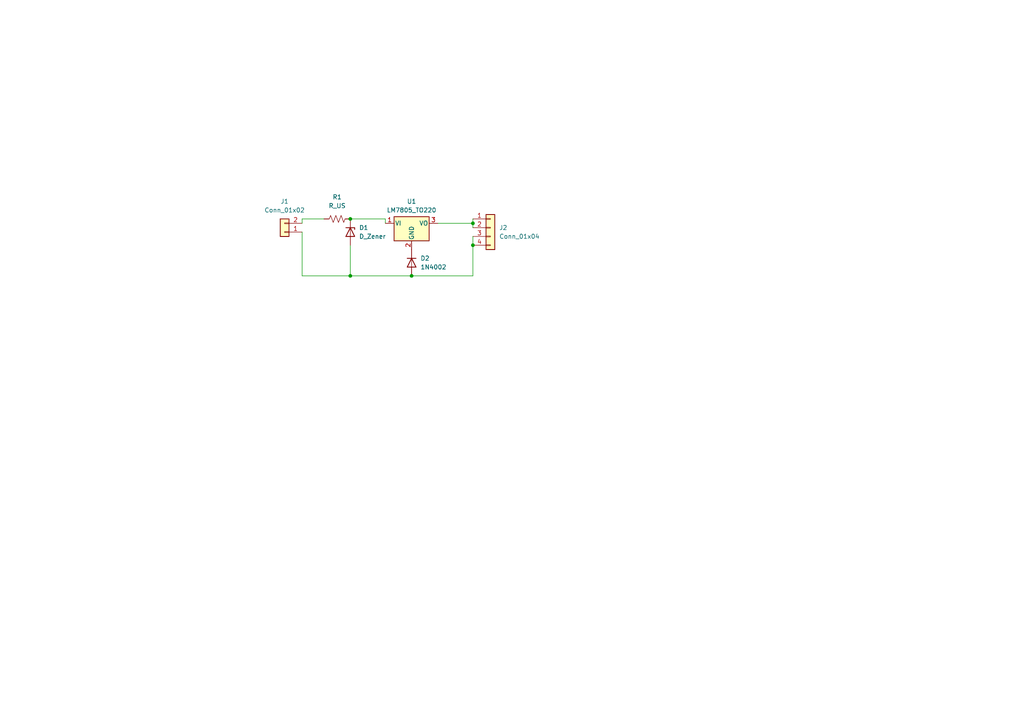
<source format=kicad_sch>
(kicad_sch (version 20231120) (generator "eeschema") (generator_version "8.0")
  (paper "A4")
  (lib_symbols
    (symbol "Connector_Generic:Conn_01x02" (pin_names (offset 1.016) hide)
      (property "Reference" "J" (at 0 2.54 0))
      (property "Value" "Conn_01x02" (at 0 -5.08 0))
      (symbol "Conn_01x02_1_1"
        (rectangle (start -1.27 -2.413) (end 0 -2.667) (stroke (width 0.1524)))
        (rectangle (start -1.27 0.127) (end 0 -0.127) (stroke (width 0.1524)))
        (rectangle (start -1.27 1.27) (end 1.27 -3.81) (stroke (width 0.254)) (fill (type background)))
        (pin passive line (at -5.08 0 0) (length 3.81) (name "Pin_1") (number "1"))
        (pin passive line (at -5.08 -2.54 0) (length 3.81) (name "Pin_2") (number "2"))
      )
    )
    (symbol "Connector_Generic:Conn_01x04" (pin_names (offset 1.016) hide)
      (property "Reference" "J" (at 0 5.08 0))
      (property "Value" "Conn_01x04" (at 0 -7.62 0))
      (symbol "Conn_01x04_1_1"
        (rectangle (start -1.27 -4.953) (end 0 -5.207) (stroke (width 0.1524)))
        (rectangle (start -1.27 -2.413) (end 0 -2.667) (stroke (width 0.1524)))
        (rectangle (start -1.27 0.127) (end 0 -0.127) (stroke (width 0.1524)))
        (rectangle (start -1.27 2.667) (end 0 2.413) (stroke (width 0.1524)))
        (rectangle (start -1.27 3.81) (end 1.27 -6.35) (stroke (width 0.254)) (fill (type background)))
        (pin passive line (at -5.08 2.54 0) (length 3.81) (name "Pin_1") (number "1"))
        (pin passive line (at -5.08 0 0) (length 3.81) (name "Pin_2") (number "2"))
        (pin passive line (at -5.08 -2.54 0) (length 3.81) (name "Pin_3") (number "3"))
        (pin passive line (at -5.08 -5.08 0) (length 3.81) (name "Pin_4") (number "4"))
      )
    )
    (symbol "Device:D_Zener" (pin_numbers hide) (pin_names (offset 1.016) hide)
      (property "Reference" "D" (at 0 2.54 0))
      (property "Value" "D_Zener" (at 0 -2.54 0))
      (symbol "D_Zener_0_1"
        (polyline (pts (xy 1.27 0) (xy -1.27 0)))
        (polyline (pts (xy -1.27 -1.27) (xy -1.27 1.27) (xy -0.762 1.27)) (stroke (width 0.254)))
        (polyline (pts (xy 1.27 -1.27) (xy 1.27 1.27) (xy -1.27 0) (xy 1.27 -1.27)) (stroke (width 0.254)))
      )
      (symbol "D_Zener_1_1"
        (pin passive line (at -3.81 0 0) (length 2.54) (name "K") (number "1"))
        (pin passive line (at 3.81 0 180) (length 2.54) (name "A") (number "2"))
      )
    )
    (symbol "Device:R_US" (pin_numbers hide) (pin_names (offset 0))
      (property "Reference" "R" (at 2.54 0 90))
      (property "Value" "R_US" (at -2.54 0 90))
      (symbol "R_US_0_1"
        (polyline (pts (xy 0 -2.286) (xy 0 -2.54)))
        (polyline (pts (xy 0 2.286) (xy 0 2.54)))
        (polyline (pts (xy 0 -0.762) (xy 1.016 -1.143) (xy 0 -1.524) (xy -1.016 -1.905) (xy 0 -2.286)))
        (polyline (pts (xy 0 0.762) (xy 1.016 0.381) (xy 0 0) (xy -1.016 -0.381) (xy 0 -0.762)))
        (polyline (pts (xy 0 2.286) (xy 1.016 1.905) (xy 0 1.524) (xy -1.016 1.143) (xy 0 0.762)))
      )
      (symbol "R_US_1_1"
        (pin passive line (at 0 3.81 270) (length 1.27) (name "~") (number "1"))
        (pin passive line (at 0 -3.81 90) (length 1.27) (name "~") (number "2"))
      )
    )
    (symbol "Diode:1N4002" (pin_numbers hide) (pin_names hide)
      (property "Reference" "D" (at 0 2.54 0))
      (property "Value" "1N4002" (at 0 -2.54 0))
      (symbol "1N4002_0_1"
        (polyline (pts (xy -1.27 1.27) (xy -1.27 -1.27)) (stroke (width 0.254)))
        (polyline (pts (xy 1.27 0) (xy -1.27 0)))
        (polyline (pts (xy 1.27 1.27) (xy 1.27 -1.27) (xy -1.27 0) (xy 1.27 1.27)) (stroke (width 0.254)))
      )
      (symbol "1N4002_1_1"
        (pin passive line (at -3.81 0 0) (length 2.54) (name "K") (number "1"))
        (pin passive line (at 3.81 0 180) (length 2.54) (name "A") (number "2"))
      )
    )
    (symbol "Regulator_Linear:LM7805_TO220" (pin_names (offset 0.254))
      (property "Reference" "U" (at -3.81 3.175 0))
      (property "Value" "LM7805_TO220" (at 0 3.175 0))
      (symbol "LM7805_TO220_0_1"
        (rectangle (start -5.08 1.905) (end 5.08 -5.08) (stroke (width 0.254)) (fill (type background)))
      )
      (symbol "LM7805_TO220_1_1"
        (pin power_in line (at -7.62 0 0) (length 2.54) (name "VI") (number "1"))
        (pin power_in line (at 0 -7.62 90) (length 2.54) (name "GND") (number "2"))
        (pin power_out line (at 7.62 0 180) (length 2.54) (name "VO") (number "3"))
      )
    )
  )
  (junction (at 119.38 80.01))
  (junction (at 101.6 80.01))
  (junction (at 137.16 71.12))
  (junction (at 101.6 63.5))
  (junction (at 137.16 64.77))
  (wire (pts (xy 101.6 63.5) (xy 111.76 63.5)))
  (wire (pts (xy 93.98 63.5) (xy 87.63 63.5)))
  (wire (pts (xy 137.16 80.01) (xy 119.38 80.01)))
  (wire (pts (xy 137.16 68.58) (xy 137.16 71.12)))
  (wire (pts (xy 87.63 80.01) (xy 87.63 67.31)))
  (wire (pts (xy 111.76 63.5) (xy 111.76 64.77)))
  (wire (pts (xy 87.63 63.5) (xy 87.63 64.77)))
  (wire (pts (xy 127 64.77) (xy 137.16 64.77)))
  (wire (pts (xy 137.16 71.12) (xy 137.16 80.01)))
  (wire (pts (xy 101.6 71.12) (xy 101.6 80.01)))
  (wire (pts (xy 101.6 80.01) (xy 87.63 80.01)))
  (wire (pts (xy 137.16 64.77) (xy 137.16 66.04)))
  (wire (pts (xy 137.16 64.77) (xy 137.16 63.5)))
  (wire (pts (xy 119.38 80.01) (xy 101.6 80.01)))
  (symbol (lib_id "Diode:1N4002") (at 119.38 76.2 270) (unit 1)
    (property "Reference" "D2" (at 121.92 74.9299 90) (effects (justify left)))
    (property "Value" "1N4002" (at 121.92 77.4699 90) (effects (justify left)))
    (property "Footprint" "Diode_THT:D_DO-41_SOD81_P10.16mm_Horizontal" (effects (hide yes)))
    (property "Datasheet" "http://www.vishay.com/docs/88503/1n4001.pdf" (effects (hide yes)))
    (property "Description" "100V 1A General Purpose Rectifier Diode, DO-41" (effects (hide yes)))
    (property "Sim.Device" "D" (effects (hide yes)))
    (property "Sim.Pins" "1=K 2=A" (effects (hide yes)))
  )
  (symbol (lib_id "Regulator_Linear:LM7805_TO220") (at 119.38 64.77 0) (unit 1)
    (property "Reference" "U1" (at 119.38 58.42 0))
    (property "Value" "LM7805_TO220" (at 119.38 60.96 0))
    (property "Footprint" "Package_TO_SOT_THT:TO-220-3_Vertical" (effects (hide yes)))
    (property "Datasheet" "https://www.onsemi.cn/PowerSolutions/document/MC7800-D.PDF" (effects (hide yes)))
    (property "Description" "Positive 1A 35V Linear Regulator, Fixed Output 5V, TO-220" (effects (hide yes)))
  )
  (symbol (lib_id "Connector_Generic:Conn_01x04") (at 142.24 66.04 0) (unit 1)
    (property "Reference" "J2" (at 144.78 66.0399 0) (effects (justify left)))
    (property "Value" "Conn_01x04" (at 144.78 68.5799 0) (effects (justify left)))
    (property "Description" "Generic connector, single row, 01x04, script generated (kicad-library-utils/schlib/autogen/connector/)" (effects (hide yes)))
  )
  (symbol (lib_id "Device:R_US") (at 97.79 63.5 90) (unit 1)
    (property "Reference" "R1" (at 97.79 57.15 90))
    (property "Value" "R_US" (at 97.79 59.69 90))
    (property "Description" "Resistor, US symbol" (effects (hide yes)))
  )
  (symbol (lib_id "Connector_Generic:Conn_01x02") (at 82.55 67.31 180) (unit 1)
    (property "Reference" "J1" (at 82.55 58.42 0))
    (property "Value" "Conn_01x02" (at 82.55 60.96 0))
    (property "Description" "Generic connector, single row, 01x02, script generated (kicad-library-utils/schlib/autogen/connector/)" (effects (hide yes)))
  )
  (symbol (lib_id "Device:D_Zener") (at 101.6 67.31 270) (unit 1)
    (property "Reference" "D1" (at 104.14 66.0399 90) (effects (justify left)))
    (property "Value" "D_Zener" (at 104.14 68.5799 90) (effects (justify left)))
    (property "Description" "Zener diode" (effects (hide yes)))
  )
)
</source>
